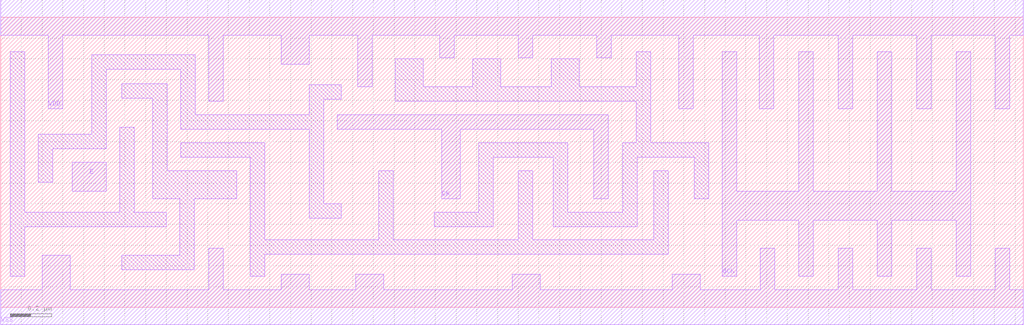
<source format=lef>
# 
# ******************************************************************************
# *                                                                            *
# *                   Copyright (C) 2004-2010, Nangate Inc.                    *
# *                           All rights reserved.                             *
# *                                                                            *
# * Nangate and the Nangate logo are trademarks of Nangate Inc.                *
# *                                                                            *
# * All trademarks, logos, software marks, and trade names (collectively the   *
# * "Marks") in this program are proprietary to Nangate or other respective    *
# * owners that have granted Nangate the right and license to use such Marks.  *
# * You are not permitted to use the Marks without the prior written consent   *
# * of Nangate or such third party that may own the Marks.                     *
# *                                                                            *
# * This file has been provided pursuant to a License Agreement containing     *
# * restrictions on its use. This file contains valuable trade secrets and     *
# * proprietary information of Nangate Inc., and is protected by U.S. and      *
# * international laws and/or treaties.                                        *
# *                                                                            *
# * The copyright notice(s) in this file does not indicate actual or intended  *
# * publication of this file.                                                  *
# *                                                                            *
# *     NGLibraryCreator, v2010.08-HR32-SP3-2010-08-05 - build 1009061800      *
# *                                                                            *
# ******************************************************************************
# 
# 
# Running on brazil06.nangate.com.br for user Giancarlo Franciscatto (gfr).
# Local time is now Fri, 3 Dec 2010, 19:32:18.
# Main process id is 27821.

VERSION 5.6 ;
BUSBITCHARS "[]" ;
DIVIDERCHAR "/" ;

MACRO CLKGATE_X8
  CLASS core ;
  FOREIGN CLKGATE_X8 0.0 0.0 ;
  ORIGIN 0 0 ;
  SYMMETRY X Y ;
  SITE FreePDK45_38x28_10R_NP_162NW_34O ;
  SIZE 4.94 BY 1.4 ;
  PIN CK
    DIRECTION INPUT ;
    ANTENNAPARTIALMETALAREA 0.1453 LAYER metal1 ;
    ANTENNAPARTIALMETALSIDEAREA 0.533 LAYER metal1 ;
    ANTENNAGATEAREA 0.23525 ;
    PORT
      LAYER metal1 ;
        POLYGON 1.625 0.86 2.13 0.86 2.13 0.525 2.22 0.525 2.22 0.86 2.865 0.86 2.865 0.525 2.935 0.525 2.935 0.93 1.625 0.93  ;
    END
  END CK
  PIN E
    DIRECTION INPUT ;
    ANTENNAPARTIALMETALAREA 0.0231 LAYER metal1 ;
    ANTENNAPARTIALMETALSIDEAREA 0.0793 LAYER metal1 ;
    ANTENNAGATEAREA 0.03475 ;
    PORT
      LAYER metal1 ;
        POLYGON 0.345 0.56 0.51 0.56 0.51 0.7 0.345 0.7  ;
    END
  END E
  PIN GCK
    DIRECTION OUTPUT ;
    ANTENNAPARTIALMETALAREA 0.4326 LAYER metal1 ;
    ANTENNAPARTIALMETALSIDEAREA 1.3312 LAYER metal1 ;
    ANTENNADIFFAREA 0.462 ;
    PORT
      LAYER metal1 ;
        POLYGON 3.485 0.15 3.555 0.15 3.555 0.42 3.855 0.42 3.855 0.15 3.925 0.15 3.925 0.42 4.235 0.42 4.235 0.15 4.305 0.15 4.305 0.42 4.615 0.42 4.615 0.15 4.685 0.15 4.685 1.235 4.615 1.235 4.615 0.56 4.305 0.56 4.305 1.235 4.235 1.235 4.235 0.56 3.925 0.56 3.925 1.235 3.855 1.235 3.855 0.56 3.555 0.56 3.555 1.235 3.485 1.235  ;
    END
  END GCK
  PIN VDD
    DIRECTION INOUT ;
    USE power ;
    SHAPE ABUTMENT ;
    PORT
      LAYER metal1 ;
        POLYGON 0 1.315 0.23 1.315 0.23 0.96 0.3 0.96 0.3 1.315 1.005 1.315 1.005 0.995 1.075 0.995 1.075 1.315 1.355 1.315 1.355 1.175 1.49 1.175 1.49 1.315 1.645 1.315 1.725 1.315 1.725 1.065 1.795 1.065 1.795 1.315 2.12 1.315 2.12 1.205 2.19 1.205 2.19 1.315 2.5 1.315 2.5 1.205 2.57 1.205 2.57 1.315 2.88 1.315 2.88 1.205 2.95 1.205 2.95 1.315 3.275 1.315 3.275 0.96 3.345 0.96 3.345 1.315 3.42 1.315 3.665 1.315 3.665 0.96 3.735 0.96 3.735 1.315 4.045 1.315 4.045 0.96 4.115 0.96 4.115 1.315 4.425 1.315 4.425 0.96 4.495 0.96 4.495 1.315 4.805 1.315 4.805 0.96 4.875 0.96 4.875 1.315 4.94 1.315 4.94 1.485 3.42 1.485 1.645 1.485 0 1.485  ;
    END
  END VDD
  PIN VSS
    DIRECTION INOUT ;
    USE ground ;
    SHAPE ABUTMENT ;
    PORT
      LAYER metal1 ;
        POLYGON 0 -0.085 4.94 -0.085 4.94 0.085 4.875 0.085 4.875 0.285 4.805 0.285 4.805 0.085 4.495 0.085 4.495 0.285 4.425 0.285 4.425 0.085 4.115 0.085 4.115 0.285 4.045 0.285 4.045 0.085 3.74 0.085 3.74 0.285 3.67 0.285 3.67 0.085 3.38 0.085 3.38 0.16 3.245 0.16 3.245 0.085 2.605 0.085 2.605 0.16 2.47 0.16 2.47 0.085 1.85 0.085 1.85 0.16 1.715 0.16 1.715 0.085 1.49 0.085 1.49 0.16 1.355 0.16 1.355 0.085 1.075 0.085 1.075 0.285 1.005 0.285 1.005 0.085 0.335 0.085 0.335 0.25 0.2 0.25 0.2 0.085 0 0.085  ;
    END
  END VSS
  OBS
      LAYER metal1 ;
        POLYGON 0.045 0.15 0.115 0.15 0.115 0.39 0.8 0.39 0.8 0.46 0.645 0.46 0.645 0.87 0.575 0.87 0.575 0.46 0.115 0.46 0.115 1.235 0.045 1.235  ;
        POLYGON 0.585 1.01 0.735 1.01 0.735 0.525 0.865 0.525 0.865 0.25 0.585 0.25 0.585 0.18 0.935 0.18 0.935 0.525 1.14 0.525 1.14 0.66 0.805 0.66 0.805 1.08 0.585 1.08  ;
        POLYGON 1.56 1.005 1.645 1.005 1.645 1.075 1.49 1.075 1.49 0.93 0.94 0.93 0.94 1.22 0.44 1.22 0.44 0.835 0.18 0.835 0.18 0.605 0.25 0.605 0.25 0.765 0.51 0.765 0.51 1.15 0.87 1.15 0.87 0.86 1.49 0.86 1.49 0.43 1.645 0.43 1.645 0.5 1.56 0.5  ;
        POLYGON 0.87 0.725 1.205 0.725 1.205 0.15 1.275 0.15 1.275 0.255 3.225 0.255 3.225 0.66 3.155 0.66 3.155 0.325 2.57 0.325 2.57 0.66 2.5 0.66 2.5 0.325 1.895 0.325 1.895 0.66 1.825 0.66 1.825 0.325 1.275 0.325 1.275 0.795 0.87 0.795  ;
        POLYGON 1.905 0.995 3.07 0.995 3.07 0.795 3.005 0.795 3.005 0.46 2.74 0.46 2.74 0.795 2.31 0.795 2.31 0.46 2.095 0.46 2.095 0.39 2.38 0.39 2.38 0.725 2.67 0.725 2.67 0.39 3.075 0.39 3.075 0.725 3.35 0.725 3.35 0.525 3.42 0.525 3.42 0.795 3.14 0.795 3.14 1.235 3.07 1.235 3.07 1.065 2.795 1.065 2.795 1.2 2.66 1.2 2.66 1.065 2.415 1.065 2.415 1.2 2.28 1.2 2.28 1.065 2.04 1.065 2.04 1.2 1.905 1.2  ;
  END
END CLKGATE_X8

END LIBRARY
#
# End of file
#

</source>
